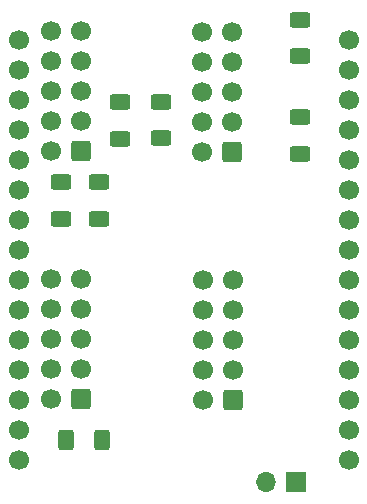
<source format=gbr>
%TF.GenerationSoftware,KiCad,Pcbnew,8.0.5*%
%TF.CreationDate,2024-09-24T01:03:51+02:00*%
%TF.ProjectId,RRF_MOT_EXP_ADAPTER,5252465f-4d4f-4545-9f45-58505f414441,rev?*%
%TF.SameCoordinates,Original*%
%TF.FileFunction,Soldermask,Top*%
%TF.FilePolarity,Negative*%
%FSLAX46Y46*%
G04 Gerber Fmt 4.6, Leading zero omitted, Abs format (unit mm)*
G04 Created by KiCad (PCBNEW 8.0.5) date 2024-09-24 01:03:51*
%MOMM*%
%LPD*%
G01*
G04 APERTURE LIST*
G04 Aperture macros list*
%AMRoundRect*
0 Rectangle with rounded corners*
0 $1 Rounding radius*
0 $2 $3 $4 $5 $6 $7 $8 $9 X,Y pos of 4 corners*
0 Add a 4 corners polygon primitive as box body*
4,1,4,$2,$3,$4,$5,$6,$7,$8,$9,$2,$3,0*
0 Add four circle primitives for the rounded corners*
1,1,$1+$1,$2,$3*
1,1,$1+$1,$4,$5*
1,1,$1+$1,$6,$7*
1,1,$1+$1,$8,$9*
0 Add four rect primitives between the rounded corners*
20,1,$1+$1,$2,$3,$4,$5,0*
20,1,$1+$1,$4,$5,$6,$7,0*
20,1,$1+$1,$6,$7,$8,$9,0*
20,1,$1+$1,$8,$9,$2,$3,0*%
G04 Aperture macros list end*
%ADD10R,1.700000X1.700000*%
%ADD11O,1.700000X1.700000*%
%ADD12RoundRect,0.250000X-0.625000X0.400000X-0.625000X-0.400000X0.625000X-0.400000X0.625000X0.400000X0*%
%ADD13RoundRect,0.250000X0.625000X-0.400000X0.625000X0.400000X-0.625000X0.400000X-0.625000X-0.400000X0*%
%ADD14RoundRect,0.250000X-0.400000X-0.625000X0.400000X-0.625000X0.400000X0.625000X-0.400000X0.625000X0*%
%ADD15C,1.700000*%
%ADD16RoundRect,0.250000X-0.600000X-0.600000X0.600000X-0.600000X0.600000X0.600000X-0.600000X0.600000X0*%
G04 APERTURE END LIST*
D10*
%TO.C,J1*%
X134407529Y-79336527D03*
D11*
X131867529Y-79336527D03*
%TD*%
D12*
%TO.C,R7*%
X123000000Y-47150000D03*
X123000000Y-50250000D03*
%TD*%
%TO.C,R3*%
X117750000Y-53950000D03*
X117750000Y-57050000D03*
%TD*%
%TO.C,R1*%
X134750000Y-48450000D03*
X134750000Y-51550000D03*
%TD*%
%TO.C,R6*%
X119500000Y-47200000D03*
X119500000Y-50300000D03*
%TD*%
D13*
%TO.C,R2*%
X134750000Y-43300000D03*
X134750000Y-40200000D03*
%TD*%
D14*
%TO.C,R4*%
X114950000Y-75750000D03*
X118050000Y-75750000D03*
%TD*%
D15*
%TO.C,U1*%
X138906861Y-77460211D03*
X138906861Y-74920211D03*
X138906861Y-72380211D03*
X138906861Y-69840211D03*
X138906861Y-67300211D03*
X138906861Y-64760211D03*
X138906861Y-62220211D03*
X138906861Y-59680211D03*
X138906861Y-57140211D03*
X138906861Y-54600211D03*
X138906861Y-52060211D03*
X138906861Y-49520211D03*
X138906861Y-46980211D03*
X138906861Y-44440211D03*
X138906861Y-41900211D03*
X110966861Y-41900211D03*
X110966861Y-44440211D03*
X110966861Y-46980211D03*
X110966861Y-49520211D03*
X110966861Y-52060211D03*
X110966861Y-54600211D03*
X110966861Y-57140211D03*
X110966861Y-59680211D03*
X110966861Y-62220211D03*
X110966861Y-64760211D03*
X110966861Y-67300211D03*
X110966861Y-69840211D03*
X110966861Y-72380211D03*
X110966861Y-74920211D03*
X110966861Y-77460211D03*
%TD*%
D12*
%TO.C,R5*%
X114500000Y-53950000D03*
X114500000Y-57050000D03*
%TD*%
D16*
%TO.C,MOT1*%
X129071122Y-72374585D03*
D15*
X126531122Y-72374585D03*
X129071122Y-69834585D03*
X126531122Y-69834585D03*
X129071122Y-67294585D03*
X126531122Y-67294585D03*
X129071122Y-64754585D03*
X126531122Y-64754585D03*
X129071122Y-62214585D03*
X126531122Y-62214585D03*
%TD*%
D16*
%TO.C,MOT2*%
X129049618Y-51409734D03*
D15*
X126509618Y-51409734D03*
X129049618Y-48869734D03*
X126509618Y-48869734D03*
X129049618Y-46329734D03*
X126509618Y-46329734D03*
X129049618Y-43789734D03*
X126509618Y-43789734D03*
X129049618Y-41249734D03*
X126509618Y-41249734D03*
%TD*%
D16*
%TO.C,EXP2*%
X116263646Y-51290940D03*
D15*
X113723646Y-51290940D03*
X116263646Y-48750940D03*
X113723646Y-48750940D03*
X116263646Y-46210940D03*
X113723646Y-46210940D03*
X116263646Y-43670940D03*
X113723646Y-43670940D03*
X116263646Y-41130940D03*
X113723646Y-41130940D03*
%TD*%
D16*
%TO.C,EXP1*%
X116266006Y-72281948D03*
D15*
X113726006Y-72281948D03*
X116266006Y-69741948D03*
X113726006Y-69741948D03*
X116266006Y-67201948D03*
X113726006Y-67201948D03*
X116266006Y-64661948D03*
X113726006Y-64661948D03*
X116266006Y-62121948D03*
X113726006Y-62121948D03*
%TD*%
M02*

</source>
